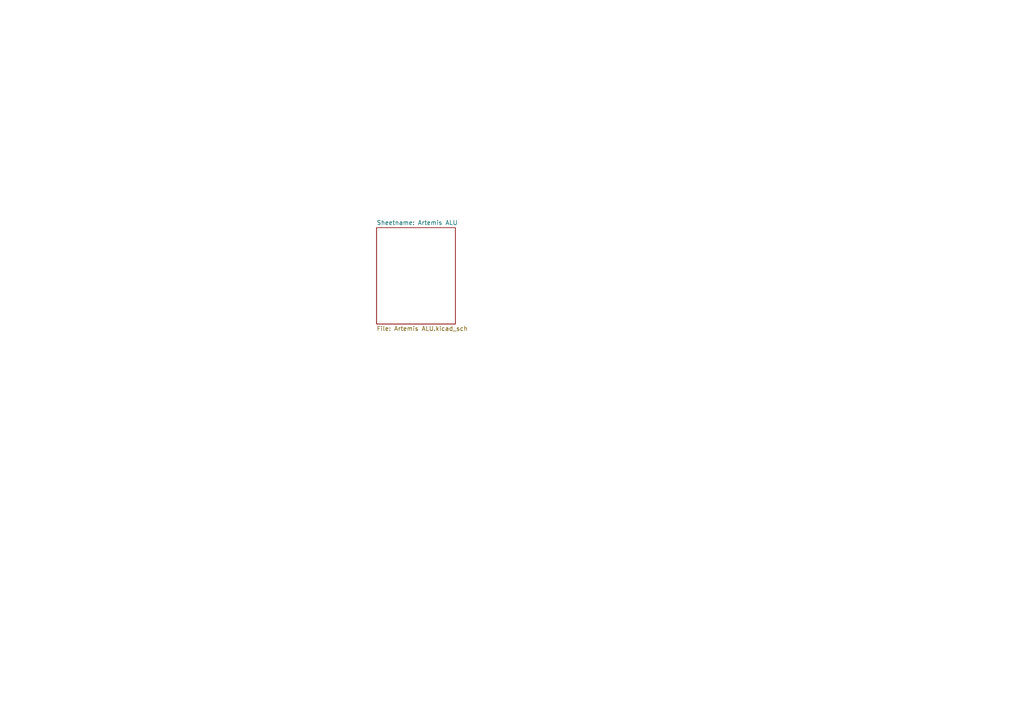
<source format=kicad_sch>
(kicad_sch
	(version 20231120)
	(generator "eeschema")
	(generator_version "8.0")
	(uuid "e5aa38bc-c1b3-42af-8692-454c67b5224c")
	(paper "A4")
	(lib_symbols)
	(sheet
		(at 109.22 66.04)
		(size 22.86 27.94)
		(fields_autoplaced yes)
		(stroke
			(width 0.1524)
			(type solid)
		)
		(fill
			(color 0 0 0 0.0000)
		)
		(uuid "66fc4ad0-eadf-41c4-8db4-104197116d6a")
		(property "Sheetname" "Artemis ALU"
			(at 109.22 65.3284 0)
			(show_name yes)
			(effects
				(font
					(size 1.27 1.27)
				)
				(justify left bottom)
			)
		)
		(property "Sheetfile" "Artemis ALU.kicad_sch"
			(at 109.22 94.5646 0)
			(effects
				(font
					(size 1.27 1.27)
				)
				(justify left top)
			)
		)
		(instances
			(project "Artemis Architecture"
				(path "/e5aa38bc-c1b3-42af-8692-454c67b5224c"
					(page "2")
				)
			)
		)
	)
	(sheet_instances
		(path "/"
			(page "1")
		)
	)
)

</source>
